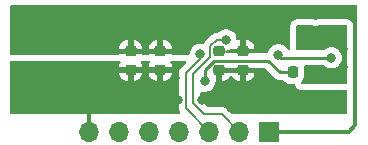
<source format=gbr>
%TF.GenerationSoftware,KiCad,Pcbnew,7.0.8*%
%TF.CreationDate,2024-06-12T14:08:57-04:00*%
%TF.ProjectId,Discrete_Opamp,44697363-7265-4746-955f-4f70616d702e,rev?*%
%TF.SameCoordinates,Original*%
%TF.FileFunction,Copper,L2,Bot*%
%TF.FilePolarity,Positive*%
%FSLAX46Y46*%
G04 Gerber Fmt 4.6, Leading zero omitted, Abs format (unit mm)*
G04 Created by KiCad (PCBNEW 7.0.8) date 2024-06-12 14:08:57*
%MOMM*%
%LPD*%
G01*
G04 APERTURE LIST*
G04 Aperture macros list*
%AMRoundRect*
0 Rectangle with rounded corners*
0 $1 Rounding radius*
0 $2 $3 $4 $5 $6 $7 $8 $9 X,Y pos of 4 corners*
0 Add a 4 corners polygon primitive as box body*
4,1,4,$2,$3,$4,$5,$6,$7,$8,$9,$2,$3,0*
0 Add four circle primitives for the rounded corners*
1,1,$1+$1,$2,$3*
1,1,$1+$1,$4,$5*
1,1,$1+$1,$6,$7*
1,1,$1+$1,$8,$9*
0 Add four rect primitives between the rounded corners*
20,1,$1+$1,$2,$3,$4,$5,0*
20,1,$1+$1,$4,$5,$6,$7,0*
20,1,$1+$1,$6,$7,$8,$9,0*
20,1,$1+$1,$8,$9,$2,$3,0*%
G04 Aperture macros list end*
%TA.AperFunction,ComponentPad*%
%ADD10R,1.700000X1.700000*%
%TD*%
%TA.AperFunction,ComponentPad*%
%ADD11O,1.700000X1.700000*%
%TD*%
%TA.AperFunction,SMDPad,CuDef*%
%ADD12RoundRect,0.225000X0.250000X-0.225000X0.250000X0.225000X-0.250000X0.225000X-0.250000X-0.225000X0*%
%TD*%
%TA.AperFunction,SMDPad,CuDef*%
%ADD13RoundRect,0.225000X-0.225000X-0.250000X0.225000X-0.250000X0.225000X0.250000X-0.225000X0.250000X0*%
%TD*%
%TA.AperFunction,ViaPad*%
%ADD14C,0.800000*%
%TD*%
%TA.AperFunction,Conductor*%
%ADD15C,0.350000*%
%TD*%
%TA.AperFunction,Conductor*%
%ADD16C,0.250000*%
%TD*%
%TA.AperFunction,Conductor*%
%ADD17C,0.200000*%
%TD*%
G04 APERTURE END LIST*
D10*
%TO.P,J1,1,Pin_1*%
%TO.N,VDD*%
X42240000Y-51500000D03*
D11*
%TO.P,J1,2,Pin_2*%
%TO.N,V+*%
X39700000Y-51500000D03*
%TO.P,J1,3,Pin_3*%
%TO.N,V-*%
X37160000Y-51500000D03*
%TO.P,J1,4,Pin_4*%
%TO.N,Vout*%
X34620000Y-51500000D03*
%TO.P,J1,5,Pin_5*%
%TO.N,IS+*%
X32080000Y-51500000D03*
%TO.P,J1,6,Pin_6*%
%TO.N,IS-*%
X29540000Y-51500000D03*
%TO.P,J1,7,Pin_7*%
%TO.N,VSS*%
X27000000Y-51500000D03*
%TD*%
D12*
%TO.P,C5,1*%
%TO.N,VSS*%
X40000000Y-46275000D03*
%TO.P,C5,2*%
%TO.N,VDD*%
X40000000Y-44725000D03*
%TD*%
D13*
%TO.P,C1,1*%
%TO.N,Vdiff*%
X44225000Y-46500000D03*
%TO.P,C1,2*%
%TO.N,Vout*%
X45775000Y-46500000D03*
%TD*%
D12*
%TO.P,C4,1*%
%TO.N,VSS*%
X38000000Y-46275000D03*
%TO.P,C4,2*%
%TO.N,VDD*%
X38000000Y-44725000D03*
%TD*%
%TO.P,C2,1*%
%TO.N,VSS*%
X30500000Y-46275000D03*
%TO.P,C2,2*%
%TO.N,VDD*%
X30500000Y-44725000D03*
%TD*%
%TO.P,C3,1*%
%TO.N,VSS*%
X33000000Y-46275000D03*
%TO.P,C3,2*%
%TO.N,VDD*%
X33000000Y-44725000D03*
%TD*%
D14*
%TO.N,VSS*%
X36500000Y-48799500D03*
X47000000Y-49000000D03*
X24000000Y-46180500D03*
X39000000Y-49500000D03*
X40500000Y-48500000D03*
X29000000Y-47000000D03*
X45500000Y-49000000D03*
X43000000Y-49000000D03*
X34250000Y-47000000D03*
X34500000Y-48825000D03*
X33500000Y-49500000D03*
%TO.N,VDD*%
X37000000Y-42000000D03*
X30000000Y-42000000D03*
X32500000Y-42000000D03*
X29000000Y-43194500D03*
X35000000Y-42000000D03*
X41000000Y-43000000D03*
X44500000Y-41500000D03*
X46150201Y-41649500D03*
X41000000Y-42000000D03*
%TO.N,V-*%
X36400500Y-44969274D03*
%TO.N,V+*%
X38555685Y-43734287D03*
%TO.N,Vdiff*%
X36750000Y-47250000D03*
%TO.N,Net-(Q12-D)*%
X43000000Y-45000000D03*
X47500000Y-45262054D03*
%TO.N,Vout*%
X48000000Y-43500000D03*
X48000000Y-47000000D03*
X48500000Y-44500000D03*
X48500000Y-46000000D03*
%TD*%
D15*
%TO.N,VSS*%
X27000000Y-51500000D02*
X27000000Y-49500000D01*
X29000000Y-47500000D02*
X29000000Y-47000000D01*
X27000000Y-49500000D02*
X29000000Y-47500000D01*
D16*
X27000000Y-51500000D02*
X27500000Y-51500000D01*
D15*
%TO.N,VDD*%
X49525000Y-50975000D02*
X49525000Y-41950000D01*
X49525000Y-41950000D02*
X49075000Y-41500000D01*
X46299701Y-41500000D02*
X46150201Y-41649500D01*
X42240000Y-51500000D02*
X49000000Y-51500000D01*
X49000000Y-51500000D02*
X49525000Y-50975000D01*
X49075000Y-41500000D02*
X46299701Y-41500000D01*
D17*
%TO.N,V-*%
X37160000Y-51500000D02*
X35200000Y-49540000D01*
X36400500Y-45349500D02*
X36400500Y-44969274D01*
X35200000Y-49540000D02*
X35200000Y-46550000D01*
X35200000Y-46550000D02*
X36400500Y-45349500D01*
%TO.N,V+*%
X37773251Y-43734287D02*
X38555685Y-43734287D01*
X37225000Y-44282538D02*
X37773251Y-43734287D01*
X37225000Y-45196142D02*
X37225000Y-44282538D01*
X35800000Y-46621142D02*
X37225000Y-45196142D01*
X39700000Y-51500000D02*
X38200000Y-50000000D01*
X38200000Y-50000000D02*
X36710550Y-50000000D01*
X35800000Y-49089450D02*
X35800000Y-46621142D01*
X36710550Y-50000000D02*
X35800000Y-49089450D01*
D16*
%TO.N,Vdiff*%
X37522182Y-45500000D02*
X36750000Y-46272182D01*
X42125000Y-45500000D02*
X37750000Y-45500000D01*
X36750000Y-46272182D02*
X36750000Y-47250000D01*
X44225000Y-46500000D02*
X43125000Y-46500000D01*
X43125000Y-46500000D02*
X42125000Y-45500000D01*
X37750000Y-45500000D02*
X37522182Y-45500000D01*
%TO.N,Net-(Q12-D)*%
X47500000Y-45262054D02*
X43262054Y-45262054D01*
X43262054Y-45262054D02*
X43000000Y-45000000D01*
%TD*%
%TA.AperFunction,Conductor*%
%TO.N,Vout*%
G36*
X45863991Y-42509321D02*
G01*
X45864215Y-42508635D01*
X45870395Y-42510642D01*
X45870398Y-42510644D01*
X46055555Y-42550000D01*
X46055556Y-42550000D01*
X46244845Y-42550000D01*
X46244847Y-42550000D01*
X46430004Y-42510644D01*
X46430009Y-42510641D01*
X46436187Y-42508635D01*
X46436410Y-42509321D01*
X46480268Y-42500000D01*
X48725500Y-42500000D01*
X48792539Y-42519685D01*
X48838294Y-42572489D01*
X48849500Y-42624000D01*
X48849500Y-47376000D01*
X48829815Y-47443039D01*
X48777011Y-47488794D01*
X48725500Y-47500000D01*
X45025374Y-47500000D01*
X44958335Y-47480315D01*
X44912580Y-47427511D01*
X44902636Y-47358353D01*
X44931661Y-47294797D01*
X44937693Y-47288319D01*
X45022968Y-47203044D01*
X45112003Y-47058697D01*
X45165349Y-46897708D01*
X45175500Y-46798345D01*
X45175499Y-46201656D01*
X45165349Y-46102292D01*
X45148205Y-46050557D01*
X45145804Y-45980730D01*
X45181535Y-45920688D01*
X45244056Y-45889495D01*
X45265912Y-45887554D01*
X46796252Y-45887554D01*
X46863291Y-45907239D01*
X46888400Y-45928580D01*
X46894126Y-45934939D01*
X46894130Y-45934943D01*
X47047265Y-46046202D01*
X47047270Y-46046205D01*
X47220192Y-46123196D01*
X47220197Y-46123198D01*
X47405354Y-46162554D01*
X47405355Y-46162554D01*
X47594644Y-46162554D01*
X47594646Y-46162554D01*
X47779803Y-46123198D01*
X47952730Y-46046205D01*
X48105871Y-45934942D01*
X48232533Y-45794270D01*
X48327179Y-45630338D01*
X48385674Y-45450310D01*
X48405460Y-45262054D01*
X48385674Y-45073798D01*
X48327179Y-44893770D01*
X48232533Y-44729838D01*
X48105871Y-44589166D01*
X48105870Y-44589165D01*
X47952734Y-44477905D01*
X47952729Y-44477902D01*
X47779807Y-44400911D01*
X47779802Y-44400909D01*
X47634001Y-44369919D01*
X47594646Y-44361554D01*
X47405354Y-44361554D01*
X47372897Y-44368452D01*
X47220197Y-44400909D01*
X47220192Y-44400911D01*
X47047270Y-44477902D01*
X47047265Y-44477905D01*
X46894130Y-44589164D01*
X46894126Y-44589168D01*
X46888400Y-44595528D01*
X46828913Y-44632175D01*
X46796252Y-44636554D01*
X44624000Y-44636554D01*
X44556961Y-44616869D01*
X44511206Y-44564065D01*
X44500000Y-44512554D01*
X44500000Y-42624000D01*
X44519685Y-42556961D01*
X44572489Y-42511206D01*
X44624000Y-42500000D01*
X45820134Y-42500000D01*
X45863991Y-42509321D01*
G37*
%TD.AperFunction*%
%TD*%
%TA.AperFunction,Conductor*%
%TO.N,VSS*%
G36*
X34051362Y-45505500D02*
G01*
X34051365Y-45505500D01*
X35095902Y-45505500D01*
X35162941Y-45525185D01*
X35208696Y-45577989D01*
X35218640Y-45647147D01*
X35189615Y-45710703D01*
X35183583Y-45717181D01*
X34806096Y-46094668D01*
X34799994Y-46100019D01*
X34771716Y-46121719D01*
X34675464Y-46247157D01*
X34614956Y-46393237D01*
X34614955Y-46393239D01*
X34594318Y-46549998D01*
X34594318Y-46549999D01*
X34598969Y-46585326D01*
X34599500Y-46593428D01*
X34599500Y-49496571D01*
X34598969Y-49504673D01*
X34594318Y-49539999D01*
X34594318Y-49540000D01*
X34599500Y-49579360D01*
X34614955Y-49696760D01*
X34614957Y-49696765D01*
X34669543Y-49828548D01*
X34677012Y-49898017D01*
X34645737Y-49960496D01*
X34585648Y-49996148D01*
X34554982Y-50000000D01*
X20424500Y-50000000D01*
X20357461Y-49980315D01*
X20311706Y-49927511D01*
X20300500Y-49876000D01*
X20300500Y-46525000D01*
X29525001Y-46525000D01*
X29525001Y-46548322D01*
X29535144Y-46647607D01*
X29588452Y-46808481D01*
X29588457Y-46808492D01*
X29677424Y-46952728D01*
X29677427Y-46952732D01*
X29797267Y-47072572D01*
X29797271Y-47072575D01*
X29941507Y-47161542D01*
X29941518Y-47161547D01*
X30102393Y-47214855D01*
X30201683Y-47224999D01*
X30249999Y-47224998D01*
X30250000Y-47224998D01*
X30250000Y-46525000D01*
X30750000Y-46525000D01*
X30750000Y-47224999D01*
X30798308Y-47224999D01*
X30798322Y-47224998D01*
X30897607Y-47214855D01*
X31058481Y-47161547D01*
X31058492Y-47161542D01*
X31202728Y-47072575D01*
X31202732Y-47072572D01*
X31322572Y-46952732D01*
X31322575Y-46952728D01*
X31411542Y-46808492D01*
X31411547Y-46808481D01*
X31464855Y-46647606D01*
X31474999Y-46548322D01*
X31475000Y-46548309D01*
X31475000Y-46525000D01*
X32025001Y-46525000D01*
X32025001Y-46548322D01*
X32035144Y-46647607D01*
X32088452Y-46808481D01*
X32088457Y-46808492D01*
X32177424Y-46952728D01*
X32177427Y-46952732D01*
X32297267Y-47072572D01*
X32297271Y-47072575D01*
X32441507Y-47161542D01*
X32441518Y-47161547D01*
X32602393Y-47214855D01*
X32701683Y-47224999D01*
X32749999Y-47224998D01*
X32750000Y-47224998D01*
X32750000Y-46525000D01*
X33250000Y-46525000D01*
X33250000Y-47224999D01*
X33298308Y-47224999D01*
X33298322Y-47224998D01*
X33397607Y-47214855D01*
X33558481Y-47161547D01*
X33558492Y-47161542D01*
X33702728Y-47072575D01*
X33702732Y-47072572D01*
X33822572Y-46952732D01*
X33822575Y-46952728D01*
X33911542Y-46808492D01*
X33911547Y-46808481D01*
X33964855Y-46647606D01*
X33974999Y-46548322D01*
X33975000Y-46548309D01*
X33975000Y-46525000D01*
X33250000Y-46525000D01*
X32750000Y-46525000D01*
X32025001Y-46525000D01*
X31475000Y-46525000D01*
X30750000Y-46525000D01*
X30250000Y-46525000D01*
X29525001Y-46525000D01*
X20300500Y-46525000D01*
X20300500Y-45629500D01*
X20320185Y-45562461D01*
X20372989Y-45516706D01*
X20424500Y-45505500D01*
X29462174Y-45505500D01*
X29462178Y-45505500D01*
X29489217Y-45504051D01*
X29489224Y-45504050D01*
X29489226Y-45504050D01*
X29500682Y-45502818D01*
X29569443Y-45515218D01*
X29620584Y-45562824D01*
X29637868Y-45630522D01*
X29619486Y-45691202D01*
X29588457Y-45741509D01*
X29588452Y-45741518D01*
X29535144Y-45902393D01*
X29525000Y-46001677D01*
X29525000Y-46025000D01*
X31474999Y-46025000D01*
X31474999Y-46001692D01*
X31474998Y-46001677D01*
X31464855Y-45902392D01*
X31411547Y-45741518D01*
X31411542Y-45741507D01*
X31377318Y-45686022D01*
X31358877Y-45618630D01*
X31379799Y-45551966D01*
X31433441Y-45507197D01*
X31500500Y-45498187D01*
X31551362Y-45505500D01*
X31551365Y-45505500D01*
X31962174Y-45505500D01*
X31962178Y-45505500D01*
X31989217Y-45504051D01*
X31989224Y-45504050D01*
X31989226Y-45504050D01*
X32000682Y-45502818D01*
X32069443Y-45515218D01*
X32120584Y-45562824D01*
X32137868Y-45630522D01*
X32119486Y-45691202D01*
X32088457Y-45741509D01*
X32088452Y-45741518D01*
X32035144Y-45902393D01*
X32025000Y-46001677D01*
X32025000Y-46025000D01*
X33974999Y-46025000D01*
X33974999Y-46001692D01*
X33974998Y-46001677D01*
X33964855Y-45902392D01*
X33911547Y-45741518D01*
X33911542Y-45741507D01*
X33877318Y-45686022D01*
X33858877Y-45618630D01*
X33879799Y-45551966D01*
X33933441Y-45507197D01*
X34000500Y-45498187D01*
X34051362Y-45505500D01*
G37*
%TD.AperFunction*%
%TA.AperFunction,Conductor*%
G36*
X41881587Y-46145185D02*
G01*
X41902229Y-46161819D01*
X42624194Y-46883784D01*
X42634019Y-46896048D01*
X42634240Y-46895866D01*
X42639210Y-46901873D01*
X42639213Y-46901876D01*
X42639214Y-46901877D01*
X42689651Y-46949241D01*
X42710530Y-46970120D01*
X42716004Y-46974366D01*
X42720442Y-46978156D01*
X42754418Y-47010062D01*
X42754422Y-47010064D01*
X42771973Y-47019713D01*
X42788231Y-47030392D01*
X42804064Y-47042674D01*
X42826015Y-47052172D01*
X42846837Y-47061183D01*
X42852081Y-47063752D01*
X42892908Y-47086197D01*
X42912312Y-47091179D01*
X42930710Y-47097478D01*
X42949105Y-47105438D01*
X42995129Y-47112726D01*
X43000832Y-47113907D01*
X43045981Y-47125500D01*
X43066016Y-47125500D01*
X43085413Y-47127026D01*
X43105196Y-47130160D01*
X43151584Y-47125775D01*
X43157422Y-47125500D01*
X43309996Y-47125500D01*
X43377035Y-47145185D01*
X43415535Y-47184404D01*
X43427031Y-47203043D01*
X43546955Y-47322967D01*
X43546959Y-47322970D01*
X43691294Y-47411998D01*
X43691297Y-47411999D01*
X43691303Y-47412003D01*
X43852292Y-47465349D01*
X43951655Y-47475500D01*
X44312366Y-47475499D01*
X44379405Y-47495183D01*
X44425160Y-47547987D01*
X44431343Y-47564563D01*
X44444910Y-47610766D01*
X44447117Y-47618284D01*
X44452761Y-47637503D01*
X44452763Y-47637507D01*
X44530545Y-47758537D01*
X44530553Y-47758548D01*
X44576297Y-47811340D01*
X44576300Y-47811343D01*
X44576304Y-47811347D01*
X44685038Y-47905567D01*
X44685041Y-47905568D01*
X44685042Y-47905569D01*
X44722964Y-47922888D01*
X44815915Y-47965338D01*
X44860731Y-47978497D01*
X44882949Y-47985022D01*
X44882954Y-47985023D01*
X44882958Y-47985024D01*
X45025374Y-48005500D01*
X45025377Y-48005500D01*
X48725500Y-48005500D01*
X48792539Y-48025185D01*
X48838294Y-48077989D01*
X48849500Y-48129500D01*
X48849500Y-49876000D01*
X48829815Y-49943039D01*
X48777011Y-49988794D01*
X48725500Y-50000000D01*
X39100597Y-50000000D01*
X39033558Y-49980315D01*
X39012916Y-49963681D01*
X38655328Y-49606093D01*
X38649974Y-49599988D01*
X38628286Y-49571722D01*
X38628283Y-49571720D01*
X38628282Y-49571718D01*
X38502841Y-49475464D01*
X38356762Y-49414956D01*
X38356760Y-49414955D01*
X38239361Y-49399500D01*
X38200000Y-49394318D01*
X38164670Y-49398969D01*
X38156572Y-49399500D01*
X37010647Y-49399500D01*
X36943608Y-49379815D01*
X36922966Y-49363181D01*
X36436819Y-48877034D01*
X36403334Y-48815711D01*
X36400500Y-48789353D01*
X36400500Y-48249456D01*
X36420185Y-48182417D01*
X36472989Y-48136662D01*
X36542147Y-48126718D01*
X36550274Y-48128164D01*
X36655354Y-48150500D01*
X36655355Y-48150500D01*
X36844644Y-48150500D01*
X36844646Y-48150500D01*
X37029803Y-48111144D01*
X37202730Y-48034151D01*
X37355871Y-47922888D01*
X37482533Y-47782216D01*
X37577179Y-47618284D01*
X37635674Y-47438256D01*
X37646417Y-47336033D01*
X37673000Y-47271423D01*
X37730297Y-47231437D01*
X37746149Y-47228848D01*
X37750000Y-47224998D01*
X37750000Y-46525000D01*
X38250000Y-46525000D01*
X38250000Y-47224999D01*
X38298308Y-47224999D01*
X38298322Y-47224998D01*
X38397607Y-47214855D01*
X38558481Y-47161547D01*
X38558492Y-47161542D01*
X38702728Y-47072575D01*
X38702732Y-47072572D01*
X38822572Y-46952732D01*
X38822575Y-46952728D01*
X38894462Y-46836183D01*
X38946410Y-46789458D01*
X39015372Y-46778237D01*
X39079454Y-46806080D01*
X39105538Y-46836183D01*
X39177424Y-46952728D01*
X39177427Y-46952732D01*
X39297267Y-47072572D01*
X39297271Y-47072575D01*
X39441507Y-47161542D01*
X39441518Y-47161547D01*
X39602393Y-47214855D01*
X39701683Y-47224999D01*
X39749999Y-47224998D01*
X39750000Y-47224998D01*
X39750000Y-46525000D01*
X40250000Y-46525000D01*
X40250000Y-47224999D01*
X40298308Y-47224999D01*
X40298322Y-47224998D01*
X40397607Y-47214855D01*
X40558481Y-47161547D01*
X40558492Y-47161542D01*
X40702728Y-47072575D01*
X40702732Y-47072572D01*
X40822572Y-46952732D01*
X40822575Y-46952728D01*
X40911542Y-46808492D01*
X40911547Y-46808481D01*
X40964855Y-46647606D01*
X40974999Y-46548322D01*
X40975000Y-46548309D01*
X40975000Y-46525000D01*
X40250000Y-46525000D01*
X39750000Y-46525000D01*
X38250000Y-46525000D01*
X37750000Y-46525000D01*
X37750000Y-46249500D01*
X37769685Y-46182461D01*
X37822489Y-46136706D01*
X37874000Y-46125500D01*
X41814548Y-46125500D01*
X41881587Y-46145185D01*
G37*
%TD.AperFunction*%
%TD*%
%TA.AperFunction,Conductor*%
%TO.N,VDD*%
G36*
X49642539Y-40820185D02*
G01*
X49688294Y-40872989D01*
X49699500Y-40924500D01*
X49699500Y-44876000D01*
X49679815Y-44943039D01*
X49627011Y-44988794D01*
X49575500Y-45000000D01*
X49479000Y-45000000D01*
X49411961Y-44980315D01*
X49366206Y-44927511D01*
X49355000Y-44876000D01*
X49355000Y-44802299D01*
X49361068Y-44763983D01*
X49385674Y-44688256D01*
X49405460Y-44500000D01*
X49385674Y-44311744D01*
X49361069Y-44236016D01*
X49355000Y-44197699D01*
X49355000Y-42624010D01*
X49355000Y-42624000D01*
X49343447Y-42516544D01*
X49332241Y-42465033D01*
X49332137Y-42464722D01*
X49298116Y-42362502D01*
X49298113Y-42362496D01*
X49220328Y-42241462D01*
X49220325Y-42241457D01*
X49220320Y-42241451D01*
X49174576Y-42188659D01*
X49174572Y-42188656D01*
X49174570Y-42188653D01*
X49065836Y-42094433D01*
X49065833Y-42094431D01*
X49065831Y-42094430D01*
X48934965Y-42034664D01*
X48934960Y-42034662D01*
X48934959Y-42034662D01*
X48912358Y-42028025D01*
X48867925Y-42014978D01*
X48867919Y-42014976D01*
X48782466Y-42002690D01*
X48725500Y-41994500D01*
X46480268Y-41994500D01*
X46480267Y-41994500D01*
X46375184Y-42005542D01*
X46374437Y-42005660D01*
X46204465Y-42041790D01*
X46178684Y-42044500D01*
X46121717Y-42044500D01*
X46095936Y-42041790D01*
X45960833Y-42013073D01*
X45951138Y-42010664D01*
X45948724Y-42010332D01*
X45944295Y-42009557D01*
X45925969Y-42005662D01*
X45925341Y-42005563D01*
X45925284Y-42005557D01*
X45925228Y-42005545D01*
X45925210Y-42005542D01*
X45833217Y-41995874D01*
X45820134Y-41994500D01*
X44624000Y-41994500D01*
X44623991Y-41994500D01*
X44623990Y-41994501D01*
X44516549Y-42006052D01*
X44516537Y-42006054D01*
X44465027Y-42017260D01*
X44362502Y-42051383D01*
X44362496Y-42051386D01*
X44241462Y-42129171D01*
X44241451Y-42129179D01*
X44188659Y-42174923D01*
X44094433Y-42283664D01*
X44094430Y-42283668D01*
X44034664Y-42414534D01*
X44014978Y-42481575D01*
X44014976Y-42481580D01*
X43998595Y-42595516D01*
X43994502Y-42623990D01*
X43994500Y-42624001D01*
X43994500Y-44458750D01*
X43974815Y-44525789D01*
X43922011Y-44571544D01*
X43852853Y-44581488D01*
X43789297Y-44552463D01*
X43763113Y-44520750D01*
X43743169Y-44486206D01*
X43732533Y-44467784D01*
X43605871Y-44327112D01*
X43584719Y-44311744D01*
X43452734Y-44215851D01*
X43452729Y-44215848D01*
X43279807Y-44138857D01*
X43279802Y-44138855D01*
X43134001Y-44107865D01*
X43094646Y-44099500D01*
X42905354Y-44099500D01*
X42872897Y-44106398D01*
X42720197Y-44138855D01*
X42720192Y-44138857D01*
X42547270Y-44215848D01*
X42547265Y-44215851D01*
X42394129Y-44327111D01*
X42267466Y-44467785D01*
X42172821Y-44631715D01*
X42172818Y-44631722D01*
X42121775Y-44788818D01*
X42082337Y-44846494D01*
X42017979Y-44873692D01*
X42003844Y-44874500D01*
X38702349Y-44874500D01*
X38635310Y-44854815D01*
X38589555Y-44802011D01*
X38579611Y-44732853D01*
X38608636Y-44669297D01*
X38667414Y-44631523D01*
X38676562Y-44629211D01*
X38835488Y-44595431D01*
X39008415Y-44518438D01*
X39035608Y-44498680D01*
X39101415Y-44475202D01*
X39108493Y-44475000D01*
X39750000Y-44475000D01*
X39750000Y-43775000D01*
X40250000Y-43775000D01*
X40250000Y-44475000D01*
X40974999Y-44475000D01*
X40974999Y-44451692D01*
X40974998Y-44451677D01*
X40964855Y-44352392D01*
X40911547Y-44191518D01*
X40911542Y-44191507D01*
X40822575Y-44047271D01*
X40822572Y-44047267D01*
X40702732Y-43927427D01*
X40702728Y-43927424D01*
X40558492Y-43838457D01*
X40558481Y-43838452D01*
X40397606Y-43785144D01*
X40298322Y-43775000D01*
X40250000Y-43775000D01*
X39750000Y-43775000D01*
X39749999Y-43774999D01*
X39701693Y-43775000D01*
X39701675Y-43775001D01*
X39595660Y-43785832D01*
X39595479Y-43784065D01*
X39534659Y-43779508D01*
X39478867Y-43737448D01*
X39455064Y-43676437D01*
X39441359Y-43546031D01*
X39382864Y-43366003D01*
X39288218Y-43202071D01*
X39161556Y-43061399D01*
X39161548Y-43061393D01*
X39008419Y-42950138D01*
X39008414Y-42950135D01*
X38835492Y-42873144D01*
X38835487Y-42873142D01*
X38689686Y-42842152D01*
X38650331Y-42833787D01*
X38461039Y-42833787D01*
X38428582Y-42840685D01*
X38275882Y-42873142D01*
X38275877Y-42873144D01*
X38102955Y-42950135D01*
X38102950Y-42950138D01*
X37949820Y-43061393D01*
X37949813Y-43061399D01*
X37921576Y-43092760D01*
X37862090Y-43129408D01*
X37829427Y-43133787D01*
X37816679Y-43133787D01*
X37808580Y-43133256D01*
X37773251Y-43128605D01*
X37733890Y-43133787D01*
X37616490Y-43149242D01*
X37616488Y-43149243D01*
X37470408Y-43209751D01*
X37344970Y-43306003D01*
X37323270Y-43334281D01*
X37317919Y-43340383D01*
X36831096Y-43827206D01*
X36824993Y-43832558D01*
X36796719Y-43854254D01*
X36772550Y-43885753D01*
X36700461Y-43979700D01*
X36700460Y-43979703D01*
X36689403Y-44006397D01*
X36645562Y-44060800D01*
X36579267Y-44082864D01*
X36549063Y-44080233D01*
X36495151Y-44068774D01*
X36495146Y-44068774D01*
X36305854Y-44068774D01*
X36273397Y-44075672D01*
X36120697Y-44108129D01*
X36120692Y-44108131D01*
X35947770Y-44185122D01*
X35947765Y-44185125D01*
X35794629Y-44296385D01*
X35667966Y-44437059D01*
X35573321Y-44600989D01*
X35573318Y-44600996D01*
X35524742Y-44750500D01*
X35514826Y-44781018D01*
X35507638Y-44849412D01*
X35503481Y-44888962D01*
X35476896Y-44953577D01*
X35419599Y-44993561D01*
X35380160Y-45000000D01*
X34051362Y-45000000D01*
X33984323Y-44980315D01*
X33977727Y-44975000D01*
X32015591Y-44975000D01*
X31974997Y-44997166D01*
X31948639Y-45000000D01*
X31551362Y-45000000D01*
X31484323Y-44980315D01*
X31477727Y-44975000D01*
X29515591Y-44975000D01*
X29474997Y-44997166D01*
X29448639Y-45000000D01*
X20424500Y-45000000D01*
X20357461Y-44980315D01*
X20311706Y-44927511D01*
X20300500Y-44876000D01*
X20300500Y-44475000D01*
X29525000Y-44475000D01*
X30250000Y-44475000D01*
X30250000Y-43775000D01*
X30750000Y-43775000D01*
X30750000Y-44475000D01*
X31474999Y-44475000D01*
X32025000Y-44475000D01*
X32750000Y-44475000D01*
X32750000Y-43775000D01*
X33250000Y-43775000D01*
X33250000Y-44475000D01*
X33974999Y-44475000D01*
X33974999Y-44451692D01*
X33974998Y-44451677D01*
X33964855Y-44352392D01*
X33911547Y-44191518D01*
X33911542Y-44191507D01*
X33822575Y-44047271D01*
X33822572Y-44047267D01*
X33702732Y-43927427D01*
X33702728Y-43927424D01*
X33558492Y-43838457D01*
X33558481Y-43838452D01*
X33397606Y-43785144D01*
X33298322Y-43775000D01*
X33250000Y-43775000D01*
X32750000Y-43775000D01*
X32749999Y-43774999D01*
X32701693Y-43775000D01*
X32701675Y-43775001D01*
X32602392Y-43785144D01*
X32441518Y-43838452D01*
X32441507Y-43838457D01*
X32297271Y-43927424D01*
X32297267Y-43927427D01*
X32177427Y-44047267D01*
X32177424Y-44047271D01*
X32088457Y-44191507D01*
X32088452Y-44191518D01*
X32035144Y-44352393D01*
X32025000Y-44451677D01*
X32025000Y-44475000D01*
X31474999Y-44475000D01*
X31474999Y-44451692D01*
X31474998Y-44451677D01*
X31464855Y-44352392D01*
X31411547Y-44191518D01*
X31411542Y-44191507D01*
X31322575Y-44047271D01*
X31322572Y-44047267D01*
X31202732Y-43927427D01*
X31202728Y-43927424D01*
X31058492Y-43838457D01*
X31058481Y-43838452D01*
X30897606Y-43785144D01*
X30798322Y-43775000D01*
X30750000Y-43775000D01*
X30250000Y-43775000D01*
X30249999Y-43774999D01*
X30201693Y-43775000D01*
X30201675Y-43775001D01*
X30102392Y-43785144D01*
X29941518Y-43838452D01*
X29941507Y-43838457D01*
X29797271Y-43927424D01*
X29797267Y-43927427D01*
X29677427Y-44047267D01*
X29677424Y-44047271D01*
X29588457Y-44191507D01*
X29588452Y-44191518D01*
X29535144Y-44352393D01*
X29525000Y-44451677D01*
X29525000Y-44475000D01*
X20300500Y-44475000D01*
X20300500Y-40924500D01*
X20320185Y-40857461D01*
X20372989Y-40811706D01*
X20424500Y-40800500D01*
X49575500Y-40800500D01*
X49642539Y-40820185D01*
G37*
%TD.AperFunction*%
%TA.AperFunction,Conductor*%
G36*
X38069916Y-44494685D02*
G01*
X38075757Y-44498677D01*
X38102955Y-44518438D01*
X38275877Y-44595429D01*
X38275882Y-44595431D01*
X38434802Y-44629210D01*
X38496284Y-44662402D01*
X38530060Y-44723565D01*
X38525408Y-44793280D01*
X38483804Y-44849412D01*
X38418456Y-44874141D01*
X38409021Y-44874500D01*
X37949500Y-44874500D01*
X37882461Y-44854815D01*
X37836706Y-44802011D01*
X37825500Y-44750500D01*
X37825500Y-44599000D01*
X37845185Y-44531961D01*
X37897989Y-44486206D01*
X37949500Y-44475000D01*
X38002877Y-44475000D01*
X38069916Y-44494685D01*
G37*
%TD.AperFunction*%
%TD*%
M02*

</source>
